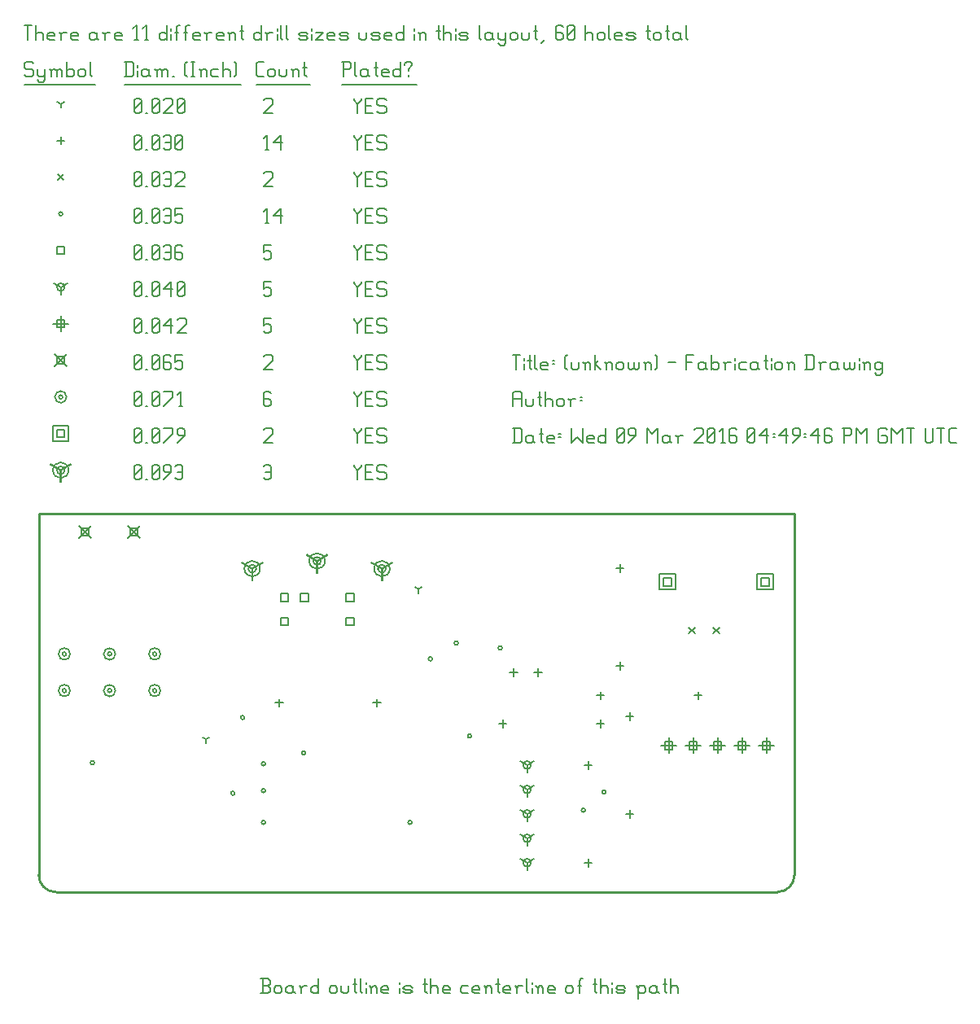
<source format=gbr>
G04 start of page 12 for group -3984 idx -3984 *
G04 Title: (unknown), fab *
G04 Creator: pcb 20140316 *
G04 CreationDate: Wed 09 Mar 2016 04:49:46 PM GMT UTC *
G04 For: fosse *
G04 Format: Gerber/RS-274X *
G04 PCB-Dimensions (mil): 3665.00 1935.00 *
G04 PCB-Coordinate-Origin: lower left *
%MOIN*%
%FSLAX25Y25*%
%LNFAB*%
%ADD109C,0.0100*%
%ADD108C,0.0060*%
%ADD107C,0.0001*%
%ADD106R,0.0080X0.0080*%
G54D106*X120000Y167583D02*Y162783D01*
G54D107*G36*
X119454Y167730D02*X124307Y170529D01*
X124706Y169836D01*
X119853Y167037D01*
X119454Y167730D01*
G37*
G36*
X120147Y167037D02*X115294Y169836D01*
X115693Y170529D01*
X120546Y167730D01*
X120147Y167037D01*
G37*
G54D106*X118400Y167583D02*G75*G03X121600Y167583I1600J0D01*G01*
G75*G03X118400Y167583I-1600J0D01*G01*
X116800D02*G75*G03X123200Y167583I3200J0D01*G01*
G75*G03X116800Y167583I-3200J0D01*G01*
X93425Y164433D02*Y159633D01*
G54D107*G36*
X92879Y164580D02*X97732Y167379D01*
X98131Y166686D01*
X93278Y163887D01*
X92879Y164580D01*
G37*
G36*
X93572Y163887D02*X88719Y166686D01*
X89118Y167379D01*
X93971Y164580D01*
X93572Y163887D01*
G37*
G54D106*X91825Y164433D02*G75*G03X95025Y164433I1600J0D01*G01*
G75*G03X91825Y164433I-1600J0D01*G01*
X90225D02*G75*G03X96625Y164433I3200J0D01*G01*
G75*G03X90225Y164433I-3200J0D01*G01*
X146575D02*Y159633D01*
G54D107*G36*
X146029Y164580D02*X150882Y167379D01*
X151281Y166686D01*
X146428Y163887D01*
X146029Y164580D01*
G37*
G36*
X146722Y163887D02*X141869Y166686D01*
X142268Y167379D01*
X147121Y164580D01*
X146722Y163887D01*
G37*
G54D106*X144975Y164433D02*G75*G03X148175Y164433I1600J0D01*G01*
G75*G03X144975Y164433I-1600J0D01*G01*
X143375D02*G75*G03X149775Y164433I3200J0D01*G01*
G75*G03X143375Y164433I-3200J0D01*G01*
X15000Y204750D02*Y199950D01*
G54D107*G36*
X14454Y204897D02*X19307Y207696D01*
X19706Y207003D01*
X14853Y204204D01*
X14454Y204897D01*
G37*
G36*
X15147Y204204D02*X10294Y207003D01*
X10693Y207696D01*
X15546Y204897D01*
X15147Y204204D01*
G37*
G54D106*X13400Y204750D02*G75*G03X16600Y204750I1600J0D01*G01*
G75*G03X13400Y204750I-1600J0D01*G01*
X11800D02*G75*G03X18200Y204750I3200J0D01*G01*
G75*G03X11800Y204750I-3200J0D01*G01*
G54D108*X135000Y207000D02*Y206250D01*
X136500Y204750D01*
X138000Y206250D01*
Y207000D02*Y206250D01*
X136500Y204750D02*Y201000D01*
X139800Y204000D02*X142050D01*
X139800Y201000D02*X142800D01*
X139800Y207000D02*Y201000D01*
Y207000D02*X142800D01*
X147600D02*X148350Y206250D01*
X145350Y207000D02*X147600D01*
X144600Y206250D02*X145350Y207000D01*
X144600Y206250D02*Y204750D01*
X145350Y204000D01*
X147600D01*
X148350Y203250D01*
Y201750D01*
X147600Y201000D02*X148350Y201750D01*
X145350Y201000D02*X147600D01*
X144600Y201750D02*X145350Y201000D01*
X98000Y206250D02*X98750Y207000D01*
X100250D01*
X101000Y206250D01*
Y201750D01*
X100250Y201000D02*X101000Y201750D01*
X98750Y201000D02*X100250D01*
X98000Y201750D02*X98750Y201000D01*
Y204000D02*X101000D01*
X45000Y201750D02*X45750Y201000D01*
X45000Y206250D02*Y201750D01*
Y206250D02*X45750Y207000D01*
X47250D01*
X48000Y206250D01*
Y201750D01*
X47250Y201000D02*X48000Y201750D01*
X45750Y201000D02*X47250D01*
X45000Y202500D02*X48000Y205500D01*
X49800Y201000D02*X50550D01*
X52350Y201750D02*X53100Y201000D01*
X52350Y206250D02*Y201750D01*
Y206250D02*X53100Y207000D01*
X54600D01*
X55350Y206250D01*
Y201750D01*
X54600Y201000D02*X55350Y201750D01*
X53100Y201000D02*X54600D01*
X52350Y202500D02*X55350Y205500D01*
X57150Y201000D02*X60150Y204000D01*
Y206250D02*Y204000D01*
X59400Y207000D02*X60150Y206250D01*
X57900Y207000D02*X59400D01*
X57150Y206250D02*X57900Y207000D01*
X57150Y206250D02*Y204750D01*
X57900Y204000D01*
X60150D01*
X61950Y206250D02*X62700Y207000D01*
X64200D01*
X64950Y206250D01*
Y201750D01*
X64200Y201000D02*X64950Y201750D01*
X62700Y201000D02*X64200D01*
X61950Y201750D02*X62700Y201000D01*
Y204000D02*X64950D01*
X261900Y160600D02*X265100D01*
X261900D02*Y157400D01*
X265100D01*
Y160600D02*Y157400D01*
X260300Y162200D02*X266700D01*
X260300D02*Y155800D01*
X266700D01*
Y162200D02*Y155800D01*
X301900Y160600D02*X305100D01*
X301900D02*Y157400D01*
X305100D01*
Y160600D02*Y157400D01*
X300300Y162200D02*X306700D01*
X300300D02*Y155800D01*
X306700D01*
Y162200D02*Y155800D01*
X13400Y221350D02*X16600D01*
X13400D02*Y218150D01*
X16600D01*
Y221350D02*Y218150D01*
X11800Y222950D02*X18200D01*
X11800D02*Y216550D01*
X18200D01*
Y222950D02*Y216550D01*
X135000Y222000D02*Y221250D01*
X136500Y219750D01*
X138000Y221250D01*
Y222000D02*Y221250D01*
X136500Y219750D02*Y216000D01*
X139800Y219000D02*X142050D01*
X139800Y216000D02*X142800D01*
X139800Y222000D02*Y216000D01*
Y222000D02*X142800D01*
X147600D02*X148350Y221250D01*
X145350Y222000D02*X147600D01*
X144600Y221250D02*X145350Y222000D01*
X144600Y221250D02*Y219750D01*
X145350Y219000D01*
X147600D01*
X148350Y218250D01*
Y216750D01*
X147600Y216000D02*X148350Y216750D01*
X145350Y216000D02*X147600D01*
X144600Y216750D02*X145350Y216000D01*
X98000Y221250D02*X98750Y222000D01*
X101000D01*
X101750Y221250D01*
Y219750D01*
X98000Y216000D02*X101750Y219750D01*
X98000Y216000D02*X101750D01*
X45000Y216750D02*X45750Y216000D01*
X45000Y221250D02*Y216750D01*
Y221250D02*X45750Y222000D01*
X47250D01*
X48000Y221250D01*
Y216750D01*
X47250Y216000D02*X48000Y216750D01*
X45750Y216000D02*X47250D01*
X45000Y217500D02*X48000Y220500D01*
X49800Y216000D02*X50550D01*
X52350Y216750D02*X53100Y216000D01*
X52350Y221250D02*Y216750D01*
Y221250D02*X53100Y222000D01*
X54600D01*
X55350Y221250D01*
Y216750D01*
X54600Y216000D02*X55350Y216750D01*
X53100Y216000D02*X54600D01*
X52350Y217500D02*X55350Y220500D01*
X57150Y216000D02*X60900Y219750D01*
Y222000D02*Y219750D01*
X57150Y222000D02*X60900D01*
X62700Y216000D02*X65700Y219000D01*
Y221250D02*Y219000D01*
X64950Y222000D02*X65700Y221250D01*
X63450Y222000D02*X64950D01*
X62700Y221250D02*X63450Y222000D01*
X62700Y221250D02*Y219750D01*
X63450Y219000D01*
X65700D01*
X34200Y129500D02*G75*G03X35800Y129500I800J0D01*G01*
G75*G03X34200Y129500I-800J0D01*G01*
X32600D02*G75*G03X37400Y129500I2400J0D01*G01*
G75*G03X32600Y129500I-2400J0D01*G01*
X15700D02*G75*G03X17300Y129500I800J0D01*G01*
G75*G03X15700Y129500I-800J0D01*G01*
X14100D02*G75*G03X18900Y129500I2400J0D01*G01*
G75*G03X14100Y129500I-2400J0D01*G01*
X52700D02*G75*G03X54300Y129500I800J0D01*G01*
G75*G03X52700Y129500I-800J0D01*G01*
X51100D02*G75*G03X55900Y129500I2400J0D01*G01*
G75*G03X51100Y129500I-2400J0D01*G01*
X15700Y114500D02*G75*G03X17300Y114500I800J0D01*G01*
G75*G03X15700Y114500I-800J0D01*G01*
X14100D02*G75*G03X18900Y114500I2400J0D01*G01*
G75*G03X14100Y114500I-2400J0D01*G01*
X34200D02*G75*G03X35800Y114500I800J0D01*G01*
G75*G03X34200Y114500I-800J0D01*G01*
X32600D02*G75*G03X37400Y114500I2400J0D01*G01*
G75*G03X32600Y114500I-2400J0D01*G01*
X52700D02*G75*G03X54300Y114500I800J0D01*G01*
G75*G03X52700Y114500I-800J0D01*G01*
X51100D02*G75*G03X55900Y114500I2400J0D01*G01*
G75*G03X51100Y114500I-2400J0D01*G01*
X14200Y234750D02*G75*G03X15800Y234750I800J0D01*G01*
G75*G03X14200Y234750I-800J0D01*G01*
X12600D02*G75*G03X17400Y234750I2400J0D01*G01*
G75*G03X12600Y234750I-2400J0D01*G01*
X135000Y237000D02*Y236250D01*
X136500Y234750D01*
X138000Y236250D01*
Y237000D02*Y236250D01*
X136500Y234750D02*Y231000D01*
X139800Y234000D02*X142050D01*
X139800Y231000D02*X142800D01*
X139800Y237000D02*Y231000D01*
Y237000D02*X142800D01*
X147600D02*X148350Y236250D01*
X145350Y237000D02*X147600D01*
X144600Y236250D02*X145350Y237000D01*
X144600Y236250D02*Y234750D01*
X145350Y234000D01*
X147600D01*
X148350Y233250D01*
Y231750D01*
X147600Y231000D02*X148350Y231750D01*
X145350Y231000D02*X147600D01*
X144600Y231750D02*X145350Y231000D01*
X100250Y237000D02*X101000Y236250D01*
X98750Y237000D02*X100250D01*
X98000Y236250D02*X98750Y237000D01*
X98000Y236250D02*Y231750D01*
X98750Y231000D01*
X100250Y234000D02*X101000Y233250D01*
X98000Y234000D02*X100250D01*
X98750Y231000D02*X100250D01*
X101000Y231750D01*
Y233250D02*Y231750D01*
X45000D02*X45750Y231000D01*
X45000Y236250D02*Y231750D01*
Y236250D02*X45750Y237000D01*
X47250D01*
X48000Y236250D01*
Y231750D01*
X47250Y231000D02*X48000Y231750D01*
X45750Y231000D02*X47250D01*
X45000Y232500D02*X48000Y235500D01*
X49800Y231000D02*X50550D01*
X52350Y231750D02*X53100Y231000D01*
X52350Y236250D02*Y231750D01*
Y236250D02*X53100Y237000D01*
X54600D01*
X55350Y236250D01*
Y231750D01*
X54600Y231000D02*X55350Y231750D01*
X53100Y231000D02*X54600D01*
X52350Y232500D02*X55350Y235500D01*
X57150Y231000D02*X60900Y234750D01*
Y237000D02*Y234750D01*
X57150Y237000D02*X60900D01*
X63450Y231000D02*X64950D01*
X64200Y237000D02*Y231000D01*
X62700Y235500D02*X64200Y237000D01*
X22600Y181900D02*X27400Y177100D01*
X22600D02*X27400Y181900D01*
X23400Y181100D02*X26600D01*
X23400D02*Y177900D01*
X26600D01*
Y181100D02*Y177900D01*
X42600Y181900D02*X47400Y177100D01*
X42600D02*X47400Y181900D01*
X43400Y181100D02*X46600D01*
X43400D02*Y177900D01*
X46600D01*
Y181100D02*Y177900D01*
X12600Y252150D02*X17400Y247350D01*
X12600D02*X17400Y252150D01*
X13400Y251350D02*X16600D01*
X13400D02*Y248150D01*
X16600D01*
Y251350D02*Y248150D01*
X135000Y252000D02*Y251250D01*
X136500Y249750D01*
X138000Y251250D01*
Y252000D02*Y251250D01*
X136500Y249750D02*Y246000D01*
X139800Y249000D02*X142050D01*
X139800Y246000D02*X142800D01*
X139800Y252000D02*Y246000D01*
Y252000D02*X142800D01*
X147600D02*X148350Y251250D01*
X145350Y252000D02*X147600D01*
X144600Y251250D02*X145350Y252000D01*
X144600Y251250D02*Y249750D01*
X145350Y249000D01*
X147600D01*
X148350Y248250D01*
Y246750D01*
X147600Y246000D02*X148350Y246750D01*
X145350Y246000D02*X147600D01*
X144600Y246750D02*X145350Y246000D01*
X98000Y251250D02*X98750Y252000D01*
X101000D01*
X101750Y251250D01*
Y249750D01*
X98000Y246000D02*X101750Y249750D01*
X98000Y246000D02*X101750D01*
X45000Y246750D02*X45750Y246000D01*
X45000Y251250D02*Y246750D01*
Y251250D02*X45750Y252000D01*
X47250D01*
X48000Y251250D01*
Y246750D01*
X47250Y246000D02*X48000Y246750D01*
X45750Y246000D02*X47250D01*
X45000Y247500D02*X48000Y250500D01*
X49800Y246000D02*X50550D01*
X52350Y246750D02*X53100Y246000D01*
X52350Y251250D02*Y246750D01*
Y251250D02*X53100Y252000D01*
X54600D01*
X55350Y251250D01*
Y246750D01*
X54600Y246000D02*X55350Y246750D01*
X53100Y246000D02*X54600D01*
X52350Y247500D02*X55350Y250500D01*
X59400Y252000D02*X60150Y251250D01*
X57900Y252000D02*X59400D01*
X57150Y251250D02*X57900Y252000D01*
X57150Y251250D02*Y246750D01*
X57900Y246000D01*
X59400Y249000D02*X60150Y248250D01*
X57150Y249000D02*X59400D01*
X57900Y246000D02*X59400D01*
X60150Y246750D01*
Y248250D02*Y246750D01*
X61950Y252000D02*X64950D01*
X61950D02*Y249000D01*
X62700Y249750D01*
X64200D01*
X64950Y249000D01*
Y246750D01*
X64200Y246000D02*X64950Y246750D01*
X62700Y246000D02*X64200D01*
X61950Y246750D02*X62700Y246000D01*
X304000Y95200D02*Y88800D01*
X300800Y92000D02*X307200D01*
X302400Y93600D02*X305600D01*
X302400D02*Y90400D01*
X305600D01*
Y93600D02*Y90400D01*
X294000Y95200D02*Y88800D01*
X290800Y92000D02*X297200D01*
X292400Y93600D02*X295600D01*
X292400D02*Y90400D01*
X295600D01*
Y93600D02*Y90400D01*
X284000Y95200D02*Y88800D01*
X280800Y92000D02*X287200D01*
X282400Y93600D02*X285600D01*
X282400D02*Y90400D01*
X285600D01*
Y93600D02*Y90400D01*
X274000Y95200D02*Y88800D01*
X270800Y92000D02*X277200D01*
X272400Y93600D02*X275600D01*
X272400D02*Y90400D01*
X275600D01*
Y93600D02*Y90400D01*
X264000Y95200D02*Y88800D01*
X260800Y92000D02*X267200D01*
X262400Y93600D02*X265600D01*
X262400D02*Y90400D01*
X265600D01*
Y93600D02*Y90400D01*
X15000Y267950D02*Y261550D01*
X11800Y264750D02*X18200D01*
X13400Y266350D02*X16600D01*
X13400D02*Y263150D01*
X16600D01*
Y266350D02*Y263150D01*
X135000Y267000D02*Y266250D01*
X136500Y264750D01*
X138000Y266250D01*
Y267000D02*Y266250D01*
X136500Y264750D02*Y261000D01*
X139800Y264000D02*X142050D01*
X139800Y261000D02*X142800D01*
X139800Y267000D02*Y261000D01*
Y267000D02*X142800D01*
X147600D02*X148350Y266250D01*
X145350Y267000D02*X147600D01*
X144600Y266250D02*X145350Y267000D01*
X144600Y266250D02*Y264750D01*
X145350Y264000D01*
X147600D01*
X148350Y263250D01*
Y261750D01*
X147600Y261000D02*X148350Y261750D01*
X145350Y261000D02*X147600D01*
X144600Y261750D02*X145350Y261000D01*
X98000Y267000D02*X101000D01*
X98000D02*Y264000D01*
X98750Y264750D01*
X100250D01*
X101000Y264000D01*
Y261750D01*
X100250Y261000D02*X101000Y261750D01*
X98750Y261000D02*X100250D01*
X98000Y261750D02*X98750Y261000D01*
X45000Y261750D02*X45750Y261000D01*
X45000Y266250D02*Y261750D01*
Y266250D02*X45750Y267000D01*
X47250D01*
X48000Y266250D01*
Y261750D01*
X47250Y261000D02*X48000Y261750D01*
X45750Y261000D02*X47250D01*
X45000Y262500D02*X48000Y265500D01*
X49800Y261000D02*X50550D01*
X52350Y261750D02*X53100Y261000D01*
X52350Y266250D02*Y261750D01*
Y266250D02*X53100Y267000D01*
X54600D01*
X55350Y266250D01*
Y261750D01*
X54600Y261000D02*X55350Y261750D01*
X53100Y261000D02*X54600D01*
X52350Y262500D02*X55350Y265500D01*
X57150Y264000D02*X60150Y267000D01*
X57150Y264000D02*X60900D01*
X60150Y267000D02*Y261000D01*
X62700Y266250D02*X63450Y267000D01*
X65700D01*
X66450Y266250D01*
Y264750D01*
X62700Y261000D02*X66450Y264750D01*
X62700Y261000D02*X66450D01*
X206000Y84000D02*Y80800D01*
Y84000D02*X208773Y85600D01*
X206000Y84000D02*X203227Y85600D01*
X204400Y84000D02*G75*G03X207600Y84000I1600J0D01*G01*
G75*G03X204400Y84000I-1600J0D01*G01*
X206000Y74000D02*Y70800D01*
Y74000D02*X208773Y75600D01*
X206000Y74000D02*X203227Y75600D01*
X204400Y74000D02*G75*G03X207600Y74000I1600J0D01*G01*
G75*G03X204400Y74000I-1600J0D01*G01*
X206000Y64000D02*Y60800D01*
Y64000D02*X208773Y65600D01*
X206000Y64000D02*X203227Y65600D01*
X204400Y64000D02*G75*G03X207600Y64000I1600J0D01*G01*
G75*G03X204400Y64000I-1600J0D01*G01*
X206000Y54000D02*Y50800D01*
Y54000D02*X208773Y55600D01*
X206000Y54000D02*X203227Y55600D01*
X204400Y54000D02*G75*G03X207600Y54000I1600J0D01*G01*
G75*G03X204400Y54000I-1600J0D01*G01*
X206000Y44000D02*Y40800D01*
Y44000D02*X208773Y45600D01*
X206000Y44000D02*X203227Y45600D01*
X204400Y44000D02*G75*G03X207600Y44000I1600J0D01*G01*
G75*G03X204400Y44000I-1600J0D01*G01*
X15000Y279750D02*Y276550D01*
Y279750D02*X17773Y281350D01*
X15000Y279750D02*X12227Y281350D01*
X13400Y279750D02*G75*G03X16600Y279750I1600J0D01*G01*
G75*G03X13400Y279750I-1600J0D01*G01*
X135000Y282000D02*Y281250D01*
X136500Y279750D01*
X138000Y281250D01*
Y282000D02*Y281250D01*
X136500Y279750D02*Y276000D01*
X139800Y279000D02*X142050D01*
X139800Y276000D02*X142800D01*
X139800Y282000D02*Y276000D01*
Y282000D02*X142800D01*
X147600D02*X148350Y281250D01*
X145350Y282000D02*X147600D01*
X144600Y281250D02*X145350Y282000D01*
X144600Y281250D02*Y279750D01*
X145350Y279000D01*
X147600D01*
X148350Y278250D01*
Y276750D01*
X147600Y276000D02*X148350Y276750D01*
X145350Y276000D02*X147600D01*
X144600Y276750D02*X145350Y276000D01*
X98000Y282000D02*X101000D01*
X98000D02*Y279000D01*
X98750Y279750D01*
X100250D01*
X101000Y279000D01*
Y276750D01*
X100250Y276000D02*X101000Y276750D01*
X98750Y276000D02*X100250D01*
X98000Y276750D02*X98750Y276000D01*
X45000Y276750D02*X45750Y276000D01*
X45000Y281250D02*Y276750D01*
Y281250D02*X45750Y282000D01*
X47250D01*
X48000Y281250D01*
Y276750D01*
X47250Y276000D02*X48000Y276750D01*
X45750Y276000D02*X47250D01*
X45000Y277500D02*X48000Y280500D01*
X49800Y276000D02*X50550D01*
X52350Y276750D02*X53100Y276000D01*
X52350Y281250D02*Y276750D01*
Y281250D02*X53100Y282000D01*
X54600D01*
X55350Y281250D01*
Y276750D01*
X54600Y276000D02*X55350Y276750D01*
X53100Y276000D02*X54600D01*
X52350Y277500D02*X55350Y280500D01*
X57150Y279000D02*X60150Y282000D01*
X57150Y279000D02*X60900D01*
X60150Y282000D02*Y276000D01*
X62700Y276750D02*X63450Y276000D01*
X62700Y281250D02*Y276750D01*
Y281250D02*X63450Y282000D01*
X64950D01*
X65700Y281250D01*
Y276750D01*
X64950Y276000D02*X65700Y276750D01*
X63450Y276000D02*X64950D01*
X62700Y277500D02*X65700Y280500D01*
X105014Y144380D02*X108214D01*
X105014D02*Y141180D01*
X108214D01*
Y144380D02*Y141180D01*
X113282Y154222D02*X116482D01*
X113282D02*Y151022D01*
X116482D01*
Y154222D02*Y151022D01*
X105014Y154222D02*X108214D01*
X105014D02*Y151022D01*
X108214D01*
Y154222D02*Y151022D01*
X131786Y154222D02*X134986D01*
X131786D02*Y151022D01*
X134986D01*
Y154222D02*Y151022D01*
X131786Y144380D02*X134986D01*
X131786D02*Y141180D01*
X134986D01*
Y144380D02*Y141180D01*
X13400Y296350D02*X16600D01*
X13400D02*Y293150D01*
X16600D01*
Y296350D02*Y293150D01*
X135000Y297000D02*Y296250D01*
X136500Y294750D01*
X138000Y296250D01*
Y297000D02*Y296250D01*
X136500Y294750D02*Y291000D01*
X139800Y294000D02*X142050D01*
X139800Y291000D02*X142800D01*
X139800Y297000D02*Y291000D01*
Y297000D02*X142800D01*
X147600D02*X148350Y296250D01*
X145350Y297000D02*X147600D01*
X144600Y296250D02*X145350Y297000D01*
X144600Y296250D02*Y294750D01*
X145350Y294000D01*
X147600D01*
X148350Y293250D01*
Y291750D01*
X147600Y291000D02*X148350Y291750D01*
X145350Y291000D02*X147600D01*
X144600Y291750D02*X145350Y291000D01*
X98000Y297000D02*X101000D01*
X98000D02*Y294000D01*
X98750Y294750D01*
X100250D01*
X101000Y294000D01*
Y291750D01*
X100250Y291000D02*X101000Y291750D01*
X98750Y291000D02*X100250D01*
X98000Y291750D02*X98750Y291000D01*
X45000Y291750D02*X45750Y291000D01*
X45000Y296250D02*Y291750D01*
Y296250D02*X45750Y297000D01*
X47250D01*
X48000Y296250D01*
Y291750D01*
X47250Y291000D02*X48000Y291750D01*
X45750Y291000D02*X47250D01*
X45000Y292500D02*X48000Y295500D01*
X49800Y291000D02*X50550D01*
X52350Y291750D02*X53100Y291000D01*
X52350Y296250D02*Y291750D01*
Y296250D02*X53100Y297000D01*
X54600D01*
X55350Y296250D01*
Y291750D01*
X54600Y291000D02*X55350Y291750D01*
X53100Y291000D02*X54600D01*
X52350Y292500D02*X55350Y295500D01*
X57150Y296250D02*X57900Y297000D01*
X59400D01*
X60150Y296250D01*
Y291750D01*
X59400Y291000D02*X60150Y291750D01*
X57900Y291000D02*X59400D01*
X57150Y291750D02*X57900Y291000D01*
Y294000D02*X60150D01*
X64200Y297000D02*X64950Y296250D01*
X62700Y297000D02*X64200D01*
X61950Y296250D02*X62700Y297000D01*
X61950Y296250D02*Y291750D01*
X62700Y291000D01*
X64200Y294000D02*X64950Y293250D01*
X61950Y294000D02*X64200D01*
X62700Y291000D02*X64200D01*
X64950Y291750D01*
Y293250D02*Y291750D01*
X88700Y103500D02*G75*G03X90300Y103500I800J0D01*G01*
G75*G03X88700Y103500I-800J0D01*G01*
X27200Y85000D02*G75*G03X28800Y85000I800J0D01*G01*
G75*G03X27200Y85000I-800J0D01*G01*
X113700Y89000D02*G75*G03X115300Y89000I800J0D01*G01*
G75*G03X113700Y89000I-800J0D01*G01*
X84700Y72500D02*G75*G03X86300Y72500I800J0D01*G01*
G75*G03X84700Y72500I-800J0D01*G01*
X97200Y84500D02*G75*G03X98800Y84500I800J0D01*G01*
G75*G03X97200Y84500I-800J0D01*G01*
Y73500D02*G75*G03X98800Y73500I800J0D01*G01*
G75*G03X97200Y73500I-800J0D01*G01*
X228200Y65500D02*G75*G03X229800Y65500I800J0D01*G01*
G75*G03X228200Y65500I-800J0D01*G01*
X236700Y73000D02*G75*G03X238300Y73000I800J0D01*G01*
G75*G03X236700Y73000I-800J0D01*G01*
X157200Y60500D02*G75*G03X158800Y60500I800J0D01*G01*
G75*G03X157200Y60500I-800J0D01*G01*
X97200D02*G75*G03X98800Y60500I800J0D01*G01*
G75*G03X97200Y60500I-800J0D01*G01*
X181605Y95905D02*G75*G03X183205Y95905I800J0D01*G01*
G75*G03X181605Y95905I-800J0D01*G01*
X176200Y134000D02*G75*G03X177800Y134000I800J0D01*G01*
G75*G03X176200Y134000I-800J0D01*G01*
X194200Y132000D02*G75*G03X195800Y132000I800J0D01*G01*
G75*G03X194200Y132000I-800J0D01*G01*
X165605Y127500D02*G75*G03X167205Y127500I800J0D01*G01*
G75*G03X165605Y127500I-800J0D01*G01*
X14200Y309750D02*G75*G03X15800Y309750I800J0D01*G01*
G75*G03X14200Y309750I-800J0D01*G01*
X135000Y312000D02*Y311250D01*
X136500Y309750D01*
X138000Y311250D01*
Y312000D02*Y311250D01*
X136500Y309750D02*Y306000D01*
X139800Y309000D02*X142050D01*
X139800Y306000D02*X142800D01*
X139800Y312000D02*Y306000D01*
Y312000D02*X142800D01*
X147600D02*X148350Y311250D01*
X145350Y312000D02*X147600D01*
X144600Y311250D02*X145350Y312000D01*
X144600Y311250D02*Y309750D01*
X145350Y309000D01*
X147600D01*
X148350Y308250D01*
Y306750D01*
X147600Y306000D02*X148350Y306750D01*
X145350Y306000D02*X147600D01*
X144600Y306750D02*X145350Y306000D01*
X98750D02*X100250D01*
X99500Y312000D02*Y306000D01*
X98000Y310500D02*X99500Y312000D01*
X102050Y309000D02*X105050Y312000D01*
X102050Y309000D02*X105800D01*
X105050Y312000D02*Y306000D01*
X45000Y306750D02*X45750Y306000D01*
X45000Y311250D02*Y306750D01*
Y311250D02*X45750Y312000D01*
X47250D01*
X48000Y311250D01*
Y306750D01*
X47250Y306000D02*X48000Y306750D01*
X45750Y306000D02*X47250D01*
X45000Y307500D02*X48000Y310500D01*
X49800Y306000D02*X50550D01*
X52350Y306750D02*X53100Y306000D01*
X52350Y311250D02*Y306750D01*
Y311250D02*X53100Y312000D01*
X54600D01*
X55350Y311250D01*
Y306750D01*
X54600Y306000D02*X55350Y306750D01*
X53100Y306000D02*X54600D01*
X52350Y307500D02*X55350Y310500D01*
X57150Y311250D02*X57900Y312000D01*
X59400D01*
X60150Y311250D01*
Y306750D01*
X59400Y306000D02*X60150Y306750D01*
X57900Y306000D02*X59400D01*
X57150Y306750D02*X57900Y306000D01*
Y309000D02*X60150D01*
X61950Y312000D02*X64950D01*
X61950D02*Y309000D01*
X62700Y309750D01*
X64200D01*
X64950Y309000D01*
Y306750D01*
X64200Y306000D02*X64950Y306750D01*
X62700Y306000D02*X64200D01*
X61950Y306750D02*X62700Y306000D01*
X272300Y140200D02*X274700Y137800D01*
X272300D02*X274700Y140200D01*
X282300D02*X284700Y137800D01*
X282300D02*X284700Y140200D01*
X13800Y325950D02*X16200Y323550D01*
X13800D02*X16200Y325950D01*
X135000Y327000D02*Y326250D01*
X136500Y324750D01*
X138000Y326250D01*
Y327000D02*Y326250D01*
X136500Y324750D02*Y321000D01*
X139800Y324000D02*X142050D01*
X139800Y321000D02*X142800D01*
X139800Y327000D02*Y321000D01*
Y327000D02*X142800D01*
X147600D02*X148350Y326250D01*
X145350Y327000D02*X147600D01*
X144600Y326250D02*X145350Y327000D01*
X144600Y326250D02*Y324750D01*
X145350Y324000D01*
X147600D01*
X148350Y323250D01*
Y321750D01*
X147600Y321000D02*X148350Y321750D01*
X145350Y321000D02*X147600D01*
X144600Y321750D02*X145350Y321000D01*
X98000Y326250D02*X98750Y327000D01*
X101000D01*
X101750Y326250D01*
Y324750D01*
X98000Y321000D02*X101750Y324750D01*
X98000Y321000D02*X101750D01*
X45000Y321750D02*X45750Y321000D01*
X45000Y326250D02*Y321750D01*
Y326250D02*X45750Y327000D01*
X47250D01*
X48000Y326250D01*
Y321750D01*
X47250Y321000D02*X48000Y321750D01*
X45750Y321000D02*X47250D01*
X45000Y322500D02*X48000Y325500D01*
X49800Y321000D02*X50550D01*
X52350Y321750D02*X53100Y321000D01*
X52350Y326250D02*Y321750D01*
Y326250D02*X53100Y327000D01*
X54600D01*
X55350Y326250D01*
Y321750D01*
X54600Y321000D02*X55350Y321750D01*
X53100Y321000D02*X54600D01*
X52350Y322500D02*X55350Y325500D01*
X57150Y326250D02*X57900Y327000D01*
X59400D01*
X60150Y326250D01*
Y321750D01*
X59400Y321000D02*X60150Y321750D01*
X57900Y321000D02*X59400D01*
X57150Y321750D02*X57900Y321000D01*
Y324000D02*X60150D01*
X61950Y326250D02*X62700Y327000D01*
X64950D01*
X65700Y326250D01*
Y324750D01*
X61950Y321000D02*X65700Y324750D01*
X61950Y321000D02*X65700D01*
X104500Y111100D02*Y107900D01*
X102900Y109500D02*X106100D01*
X144500Y111100D02*Y107900D01*
X142900Y109500D02*X146100D01*
X196000Y102600D02*Y99400D01*
X194400Y101000D02*X197600D01*
X236000Y102600D02*Y99400D01*
X234400Y101000D02*X237600D01*
X231000Y85600D02*Y82400D01*
X229400Y84000D02*X232600D01*
X231000Y45600D02*Y42400D01*
X229400Y44000D02*X232600D01*
X248000Y105600D02*Y102400D01*
X246400Y104000D02*X249600D01*
X248000Y65600D02*Y62400D01*
X246400Y64000D02*X249600D01*
X236000Y114100D02*Y110900D01*
X234400Y112500D02*X237600D01*
X276000Y114100D02*Y110900D01*
X274400Y112500D02*X277600D01*
X244000Y166195D02*Y162995D01*
X242400Y164595D02*X245600D01*
X244000Y126195D02*Y122995D01*
X242400Y124595D02*X245600D01*
X200500Y123600D02*Y120400D01*
X198900Y122000D02*X202100D01*
X210500Y123600D02*Y120400D01*
X208900Y122000D02*X212100D01*
X15000Y341350D02*Y338150D01*
X13400Y339750D02*X16600D01*
X135000Y342000D02*Y341250D01*
X136500Y339750D01*
X138000Y341250D01*
Y342000D02*Y341250D01*
X136500Y339750D02*Y336000D01*
X139800Y339000D02*X142050D01*
X139800Y336000D02*X142800D01*
X139800Y342000D02*Y336000D01*
Y342000D02*X142800D01*
X147600D02*X148350Y341250D01*
X145350Y342000D02*X147600D01*
X144600Y341250D02*X145350Y342000D01*
X144600Y341250D02*Y339750D01*
X145350Y339000D01*
X147600D01*
X148350Y338250D01*
Y336750D01*
X147600Y336000D02*X148350Y336750D01*
X145350Y336000D02*X147600D01*
X144600Y336750D02*X145350Y336000D01*
X98750D02*X100250D01*
X99500Y342000D02*Y336000D01*
X98000Y340500D02*X99500Y342000D01*
X102050Y339000D02*X105050Y342000D01*
X102050Y339000D02*X105800D01*
X105050Y342000D02*Y336000D01*
X45000Y336750D02*X45750Y336000D01*
X45000Y341250D02*Y336750D01*
Y341250D02*X45750Y342000D01*
X47250D01*
X48000Y341250D01*
Y336750D01*
X47250Y336000D02*X48000Y336750D01*
X45750Y336000D02*X47250D01*
X45000Y337500D02*X48000Y340500D01*
X49800Y336000D02*X50550D01*
X52350Y336750D02*X53100Y336000D01*
X52350Y341250D02*Y336750D01*
Y341250D02*X53100Y342000D01*
X54600D01*
X55350Y341250D01*
Y336750D01*
X54600Y336000D02*X55350Y336750D01*
X53100Y336000D02*X54600D01*
X52350Y337500D02*X55350Y340500D01*
X57150Y341250D02*X57900Y342000D01*
X59400D01*
X60150Y341250D01*
Y336750D01*
X59400Y336000D02*X60150Y336750D01*
X57900Y336000D02*X59400D01*
X57150Y336750D02*X57900Y336000D01*
Y339000D02*X60150D01*
X61950Y336750D02*X62700Y336000D01*
X61950Y341250D02*Y336750D01*
Y341250D02*X62700Y342000D01*
X64200D01*
X64950Y341250D01*
Y336750D01*
X64200Y336000D02*X64950Y336750D01*
X62700Y336000D02*X64200D01*
X61950Y337500D02*X64950Y340500D01*
X74500Y94500D02*Y92900D01*
Y94500D02*X75887Y95300D01*
X74500Y94500D02*X73113Y95300D01*
X161500Y156000D02*Y154400D01*
Y156000D02*X162887Y156800D01*
X161500Y156000D02*X160113Y156800D01*
X15000Y354750D02*Y353150D01*
Y354750D02*X16387Y355550D01*
X15000Y354750D02*X13613Y355550D01*
X135000Y357000D02*Y356250D01*
X136500Y354750D01*
X138000Y356250D01*
Y357000D02*Y356250D01*
X136500Y354750D02*Y351000D01*
X139800Y354000D02*X142050D01*
X139800Y351000D02*X142800D01*
X139800Y357000D02*Y351000D01*
Y357000D02*X142800D01*
X147600D02*X148350Y356250D01*
X145350Y357000D02*X147600D01*
X144600Y356250D02*X145350Y357000D01*
X144600Y356250D02*Y354750D01*
X145350Y354000D01*
X147600D01*
X148350Y353250D01*
Y351750D01*
X147600Y351000D02*X148350Y351750D01*
X145350Y351000D02*X147600D01*
X144600Y351750D02*X145350Y351000D01*
X98000Y356250D02*X98750Y357000D01*
X101000D01*
X101750Y356250D01*
Y354750D01*
X98000Y351000D02*X101750Y354750D01*
X98000Y351000D02*X101750D01*
X45000Y351750D02*X45750Y351000D01*
X45000Y356250D02*Y351750D01*
Y356250D02*X45750Y357000D01*
X47250D01*
X48000Y356250D01*
Y351750D01*
X47250Y351000D02*X48000Y351750D01*
X45750Y351000D02*X47250D01*
X45000Y352500D02*X48000Y355500D01*
X49800Y351000D02*X50550D01*
X52350Y351750D02*X53100Y351000D01*
X52350Y356250D02*Y351750D01*
Y356250D02*X53100Y357000D01*
X54600D01*
X55350Y356250D01*
Y351750D01*
X54600Y351000D02*X55350Y351750D01*
X53100Y351000D02*X54600D01*
X52350Y352500D02*X55350Y355500D01*
X57150Y356250D02*X57900Y357000D01*
X60150D01*
X60900Y356250D01*
Y354750D01*
X57150Y351000D02*X60900Y354750D01*
X57150Y351000D02*X60900D01*
X62700Y351750D02*X63450Y351000D01*
X62700Y356250D02*Y351750D01*
Y356250D02*X63450Y357000D01*
X64950D01*
X65700Y356250D01*
Y351750D01*
X64950Y351000D02*X65700Y351750D01*
X63450Y351000D02*X64950D01*
X62700Y352500D02*X65700Y355500D01*
X3000Y372000D02*X3750Y371250D01*
X750Y372000D02*X3000D01*
X0Y371250D02*X750Y372000D01*
X0Y371250D02*Y369750D01*
X750Y369000D01*
X3000D01*
X3750Y368250D01*
Y366750D01*
X3000Y366000D02*X3750Y366750D01*
X750Y366000D02*X3000D01*
X0Y366750D02*X750Y366000D01*
X5550Y369000D02*Y366750D01*
X6300Y366000D01*
X8550Y369000D02*Y364500D01*
X7800Y363750D02*X8550Y364500D01*
X6300Y363750D02*X7800D01*
X5550Y364500D02*X6300Y363750D01*
Y366000D02*X7800D01*
X8550Y366750D01*
X11100Y368250D02*Y366000D01*
Y368250D02*X11850Y369000D01*
X12600D01*
X13350Y368250D01*
Y366000D01*
Y368250D02*X14100Y369000D01*
X14850D01*
X15600Y368250D01*
Y366000D01*
X10350Y369000D02*X11100Y368250D01*
X17400Y372000D02*Y366000D01*
Y366750D02*X18150Y366000D01*
X19650D01*
X20400Y366750D01*
Y368250D02*Y366750D01*
X19650Y369000D02*X20400Y368250D01*
X18150Y369000D02*X19650D01*
X17400Y368250D02*X18150Y369000D01*
X22200Y368250D02*Y366750D01*
Y368250D02*X22950Y369000D01*
X24450D01*
X25200Y368250D01*
Y366750D01*
X24450Y366000D02*X25200Y366750D01*
X22950Y366000D02*X24450D01*
X22200Y366750D02*X22950Y366000D01*
X27000Y372000D02*Y366750D01*
X27750Y366000D01*
X0Y362750D02*X29250D01*
X41750Y372000D02*Y366000D01*
X44000Y372000D02*X44750Y371250D01*
Y366750D01*
X44000Y366000D02*X44750Y366750D01*
X41000Y366000D02*X44000D01*
X41000Y372000D02*X44000D01*
X46550Y370500D02*Y369750D01*
Y368250D02*Y366000D01*
X50300Y369000D02*X51050Y368250D01*
X48800Y369000D02*X50300D01*
X48050Y368250D02*X48800Y369000D01*
X48050Y368250D02*Y366750D01*
X48800Y366000D01*
X51050Y369000D02*Y366750D01*
X51800Y366000D01*
X48800D02*X50300D01*
X51050Y366750D01*
X54350Y368250D02*Y366000D01*
Y368250D02*X55100Y369000D01*
X55850D01*
X56600Y368250D01*
Y366000D01*
Y368250D02*X57350Y369000D01*
X58100D01*
X58850Y368250D01*
Y366000D01*
X53600Y369000D02*X54350Y368250D01*
X60650Y366000D02*X61400D01*
X65900Y366750D02*X66650Y366000D01*
X65900Y371250D02*X66650Y372000D01*
X65900Y371250D02*Y366750D01*
X68450Y372000D02*X69950D01*
X69200D02*Y366000D01*
X68450D02*X69950D01*
X72500Y368250D02*Y366000D01*
Y368250D02*X73250Y369000D01*
X74000D01*
X74750Y368250D01*
Y366000D01*
X71750Y369000D02*X72500Y368250D01*
X77300Y369000D02*X79550D01*
X76550Y368250D02*X77300Y369000D01*
X76550Y368250D02*Y366750D01*
X77300Y366000D01*
X79550D01*
X81350Y372000D02*Y366000D01*
Y368250D02*X82100Y369000D01*
X83600D01*
X84350Y368250D01*
Y366000D01*
X86150Y372000D02*X86900Y371250D01*
Y366750D01*
X86150Y366000D02*X86900Y366750D01*
X41000Y362750D02*X88700D01*
X95750Y366000D02*X98000D01*
X95000Y366750D02*X95750Y366000D01*
X95000Y371250D02*Y366750D01*
Y371250D02*X95750Y372000D01*
X98000D01*
X99800Y368250D02*Y366750D01*
Y368250D02*X100550Y369000D01*
X102050D01*
X102800Y368250D01*
Y366750D01*
X102050Y366000D02*X102800Y366750D01*
X100550Y366000D02*X102050D01*
X99800Y366750D02*X100550Y366000D01*
X104600Y369000D02*Y366750D01*
X105350Y366000D01*
X106850D01*
X107600Y366750D01*
Y369000D02*Y366750D01*
X110150Y368250D02*Y366000D01*
Y368250D02*X110900Y369000D01*
X111650D01*
X112400Y368250D01*
Y366000D01*
X109400Y369000D02*X110150Y368250D01*
X114950Y372000D02*Y366750D01*
X115700Y366000D01*
X114200Y369750D02*X115700D01*
X95000Y362750D02*X117200D01*
X130750Y372000D02*Y366000D01*
X130000Y372000D02*X133000D01*
X133750Y371250D01*
Y369750D01*
X133000Y369000D02*X133750Y369750D01*
X130750Y369000D02*X133000D01*
X135550Y372000D02*Y366750D01*
X136300Y366000D01*
X140050Y369000D02*X140800Y368250D01*
X138550Y369000D02*X140050D01*
X137800Y368250D02*X138550Y369000D01*
X137800Y368250D02*Y366750D01*
X138550Y366000D01*
X140800Y369000D02*Y366750D01*
X141550Y366000D01*
X138550D02*X140050D01*
X140800Y366750D01*
X144100Y372000D02*Y366750D01*
X144850Y366000D01*
X143350Y369750D02*X144850D01*
X147100Y366000D02*X149350D01*
X146350Y366750D02*X147100Y366000D01*
X146350Y368250D02*Y366750D01*
Y368250D02*X147100Y369000D01*
X148600D01*
X149350Y368250D01*
X146350Y367500D02*X149350D01*
Y368250D02*Y367500D01*
X154150Y372000D02*Y366000D01*
X153400D02*X154150Y366750D01*
X151900Y366000D02*X153400D01*
X151150Y366750D02*X151900Y366000D01*
X151150Y368250D02*Y366750D01*
Y368250D02*X151900Y369000D01*
X153400D01*
X154150Y368250D01*
X157450Y369000D02*Y368250D01*
Y366750D02*Y366000D01*
X155950Y371250D02*Y370500D01*
Y371250D02*X156700Y372000D01*
X158200D01*
X158950Y371250D01*
Y370500D01*
X157450Y369000D02*X158950Y370500D01*
X130000Y362750D02*X160750D01*
X0Y387000D02*X3000D01*
X1500D02*Y381000D01*
X4800Y387000D02*Y381000D01*
Y383250D02*X5550Y384000D01*
X7050D01*
X7800Y383250D01*
Y381000D01*
X10350D02*X12600D01*
X9600Y381750D02*X10350Y381000D01*
X9600Y383250D02*Y381750D01*
Y383250D02*X10350Y384000D01*
X11850D01*
X12600Y383250D01*
X9600Y382500D02*X12600D01*
Y383250D02*Y382500D01*
X15150Y383250D02*Y381000D01*
Y383250D02*X15900Y384000D01*
X17400D01*
X14400D02*X15150Y383250D01*
X19950Y381000D02*X22200D01*
X19200Y381750D02*X19950Y381000D01*
X19200Y383250D02*Y381750D01*
Y383250D02*X19950Y384000D01*
X21450D01*
X22200Y383250D01*
X19200Y382500D02*X22200D01*
Y383250D02*Y382500D01*
X28950Y384000D02*X29700Y383250D01*
X27450Y384000D02*X28950D01*
X26700Y383250D02*X27450Y384000D01*
X26700Y383250D02*Y381750D01*
X27450Y381000D01*
X29700Y384000D02*Y381750D01*
X30450Y381000D01*
X27450D02*X28950D01*
X29700Y381750D01*
X33000Y383250D02*Y381000D01*
Y383250D02*X33750Y384000D01*
X35250D01*
X32250D02*X33000Y383250D01*
X37800Y381000D02*X40050D01*
X37050Y381750D02*X37800Y381000D01*
X37050Y383250D02*Y381750D01*
Y383250D02*X37800Y384000D01*
X39300D01*
X40050Y383250D01*
X37050Y382500D02*X40050D01*
Y383250D02*Y382500D01*
X45300Y381000D02*X46800D01*
X46050Y387000D02*Y381000D01*
X44550Y385500D02*X46050Y387000D01*
X49350Y381000D02*X50850D01*
X50100Y387000D02*Y381000D01*
X48600Y385500D02*X50100Y387000D01*
X58350D02*Y381000D01*
X57600D02*X58350Y381750D01*
X56100Y381000D02*X57600D01*
X55350Y381750D02*X56100Y381000D01*
X55350Y383250D02*Y381750D01*
Y383250D02*X56100Y384000D01*
X57600D01*
X58350Y383250D01*
X60150Y385500D02*Y384750D01*
Y383250D02*Y381000D01*
X62400Y386250D02*Y381000D01*
Y386250D02*X63150Y387000D01*
X63900D01*
X61650Y384000D02*X63150D01*
X66150Y386250D02*Y381000D01*
Y386250D02*X66900Y387000D01*
X67650D01*
X65400Y384000D02*X66900D01*
X69900Y381000D02*X72150D01*
X69150Y381750D02*X69900Y381000D01*
X69150Y383250D02*Y381750D01*
Y383250D02*X69900Y384000D01*
X71400D01*
X72150Y383250D01*
X69150Y382500D02*X72150D01*
Y383250D02*Y382500D01*
X74700Y383250D02*Y381000D01*
Y383250D02*X75450Y384000D01*
X76950D01*
X73950D02*X74700Y383250D01*
X79500Y381000D02*X81750D01*
X78750Y381750D02*X79500Y381000D01*
X78750Y383250D02*Y381750D01*
Y383250D02*X79500Y384000D01*
X81000D01*
X81750Y383250D01*
X78750Y382500D02*X81750D01*
Y383250D02*Y382500D01*
X84300Y383250D02*Y381000D01*
Y383250D02*X85050Y384000D01*
X85800D01*
X86550Y383250D01*
Y381000D01*
X83550Y384000D02*X84300Y383250D01*
X89100Y387000D02*Y381750D01*
X89850Y381000D01*
X88350Y384750D02*X89850D01*
X97050Y387000D02*Y381000D01*
X96300D02*X97050Y381750D01*
X94800Y381000D02*X96300D01*
X94050Y381750D02*X94800Y381000D01*
X94050Y383250D02*Y381750D01*
Y383250D02*X94800Y384000D01*
X96300D01*
X97050Y383250D01*
X99600D02*Y381000D01*
Y383250D02*X100350Y384000D01*
X101850D01*
X98850D02*X99600Y383250D01*
X103650Y385500D02*Y384750D01*
Y383250D02*Y381000D01*
X105150Y387000D02*Y381750D01*
X105900Y381000D01*
X107400Y387000D02*Y381750D01*
X108150Y381000D01*
X113100D02*X115350D01*
X116100Y381750D01*
X115350Y382500D02*X116100Y381750D01*
X113100Y382500D02*X115350D01*
X112350Y383250D02*X113100Y382500D01*
X112350Y383250D02*X113100Y384000D01*
X115350D01*
X116100Y383250D01*
X112350Y381750D02*X113100Y381000D01*
X117900Y385500D02*Y384750D01*
Y383250D02*Y381000D01*
X119400Y384000D02*X122400D01*
X119400Y381000D02*X122400Y384000D01*
X119400Y381000D02*X122400D01*
X124950D02*X127200D01*
X124200Y381750D02*X124950Y381000D01*
X124200Y383250D02*Y381750D01*
Y383250D02*X124950Y384000D01*
X126450D01*
X127200Y383250D01*
X124200Y382500D02*X127200D01*
Y383250D02*Y382500D01*
X129750Y381000D02*X132000D01*
X132750Y381750D01*
X132000Y382500D02*X132750Y381750D01*
X129750Y382500D02*X132000D01*
X129000Y383250D02*X129750Y382500D01*
X129000Y383250D02*X129750Y384000D01*
X132000D01*
X132750Y383250D01*
X129000Y381750D02*X129750Y381000D01*
X137250Y384000D02*Y381750D01*
X138000Y381000D01*
X139500D01*
X140250Y381750D01*
Y384000D02*Y381750D01*
X142800Y381000D02*X145050D01*
X145800Y381750D01*
X145050Y382500D02*X145800Y381750D01*
X142800Y382500D02*X145050D01*
X142050Y383250D02*X142800Y382500D01*
X142050Y383250D02*X142800Y384000D01*
X145050D01*
X145800Y383250D01*
X142050Y381750D02*X142800Y381000D01*
X148350D02*X150600D01*
X147600Y381750D02*X148350Y381000D01*
X147600Y383250D02*Y381750D01*
Y383250D02*X148350Y384000D01*
X149850D01*
X150600Y383250D01*
X147600Y382500D02*X150600D01*
Y383250D02*Y382500D01*
X155400Y387000D02*Y381000D01*
X154650D02*X155400Y381750D01*
X153150Y381000D02*X154650D01*
X152400Y381750D02*X153150Y381000D01*
X152400Y383250D02*Y381750D01*
Y383250D02*X153150Y384000D01*
X154650D01*
X155400Y383250D01*
X159900Y385500D02*Y384750D01*
Y383250D02*Y381000D01*
X162150Y383250D02*Y381000D01*
Y383250D02*X162900Y384000D01*
X163650D01*
X164400Y383250D01*
Y381000D01*
X161400Y384000D02*X162150Y383250D01*
X169650Y387000D02*Y381750D01*
X170400Y381000D01*
X168900Y384750D02*X170400D01*
X171900Y387000D02*Y381000D01*
Y383250D02*X172650Y384000D01*
X174150D01*
X174900Y383250D01*
Y381000D01*
X176700Y385500D02*Y384750D01*
Y383250D02*Y381000D01*
X178950D02*X181200D01*
X181950Y381750D01*
X181200Y382500D02*X181950Y381750D01*
X178950Y382500D02*X181200D01*
X178200Y383250D02*X178950Y382500D01*
X178200Y383250D02*X178950Y384000D01*
X181200D01*
X181950Y383250D01*
X178200Y381750D02*X178950Y381000D01*
X186450Y387000D02*Y381750D01*
X187200Y381000D01*
X190950Y384000D02*X191700Y383250D01*
X189450Y384000D02*X190950D01*
X188700Y383250D02*X189450Y384000D01*
X188700Y383250D02*Y381750D01*
X189450Y381000D01*
X191700Y384000D02*Y381750D01*
X192450Y381000D01*
X189450D02*X190950D01*
X191700Y381750D01*
X194250Y384000D02*Y381750D01*
X195000Y381000D01*
X197250Y384000D02*Y379500D01*
X196500Y378750D02*X197250Y379500D01*
X195000Y378750D02*X196500D01*
X194250Y379500D02*X195000Y378750D01*
Y381000D02*X196500D01*
X197250Y381750D01*
X199050Y383250D02*Y381750D01*
Y383250D02*X199800Y384000D01*
X201300D01*
X202050Y383250D01*
Y381750D01*
X201300Y381000D02*X202050Y381750D01*
X199800Y381000D02*X201300D01*
X199050Y381750D02*X199800Y381000D01*
X203850Y384000D02*Y381750D01*
X204600Y381000D01*
X206100D01*
X206850Y381750D01*
Y384000D02*Y381750D01*
X209400Y387000D02*Y381750D01*
X210150Y381000D01*
X208650Y384750D02*X210150D01*
X211650Y379500D02*X213150Y381000D01*
X219900Y387000D02*X220650Y386250D01*
X218400Y387000D02*X219900D01*
X217650Y386250D02*X218400Y387000D01*
X217650Y386250D02*Y381750D01*
X218400Y381000D01*
X219900Y384000D02*X220650Y383250D01*
X217650Y384000D02*X219900D01*
X218400Y381000D02*X219900D01*
X220650Y381750D01*
Y383250D02*Y381750D01*
X222450D02*X223200Y381000D01*
X222450Y386250D02*Y381750D01*
Y386250D02*X223200Y387000D01*
X224700D01*
X225450Y386250D01*
Y381750D01*
X224700Y381000D02*X225450Y381750D01*
X223200Y381000D02*X224700D01*
X222450Y382500D02*X225450Y385500D01*
X229950Y387000D02*Y381000D01*
Y383250D02*X230700Y384000D01*
X232200D01*
X232950Y383250D01*
Y381000D01*
X234750Y383250D02*Y381750D01*
Y383250D02*X235500Y384000D01*
X237000D01*
X237750Y383250D01*
Y381750D01*
X237000Y381000D02*X237750Y381750D01*
X235500Y381000D02*X237000D01*
X234750Y381750D02*X235500Y381000D01*
X239550Y387000D02*Y381750D01*
X240300Y381000D01*
X242550D02*X244800D01*
X241800Y381750D02*X242550Y381000D01*
X241800Y383250D02*Y381750D01*
Y383250D02*X242550Y384000D01*
X244050D01*
X244800Y383250D01*
X241800Y382500D02*X244800D01*
Y383250D02*Y382500D01*
X247350Y381000D02*X249600D01*
X250350Y381750D01*
X249600Y382500D02*X250350Y381750D01*
X247350Y382500D02*X249600D01*
X246600Y383250D02*X247350Y382500D01*
X246600Y383250D02*X247350Y384000D01*
X249600D01*
X250350Y383250D01*
X246600Y381750D02*X247350Y381000D01*
X255600Y387000D02*Y381750D01*
X256350Y381000D01*
X254850Y384750D02*X256350D01*
X257850Y383250D02*Y381750D01*
Y383250D02*X258600Y384000D01*
X260100D01*
X260850Y383250D01*
Y381750D01*
X260100Y381000D02*X260850Y381750D01*
X258600Y381000D02*X260100D01*
X257850Y381750D02*X258600Y381000D01*
X263400Y387000D02*Y381750D01*
X264150Y381000D01*
X262650Y384750D02*X264150D01*
X267900Y384000D02*X268650Y383250D01*
X266400Y384000D02*X267900D01*
X265650Y383250D02*X266400Y384000D01*
X265650Y383250D02*Y381750D01*
X266400Y381000D01*
X268650Y384000D02*Y381750D01*
X269400Y381000D01*
X266400D02*X267900D01*
X268650Y381750D01*
X271200Y387000D02*Y381750D01*
X271950Y381000D01*
G54D109*X6000Y187000D02*X315500D01*
Y39000D01*
X6000Y38500D02*Y187000D01*
X308500Y32000D02*X13000D01*
X6000Y39000D02*G75*G03X13000Y32000I7000J0D01*G01*
X308500D02*G75*G03X315500Y39000I0J7000D01*G01*
G54D108*X96925Y-9500D02*X99925D01*
X100675Y-8750D01*
Y-7250D02*Y-8750D01*
X99925Y-6500D02*X100675Y-7250D01*
X97675Y-6500D02*X99925D01*
X97675Y-3500D02*Y-9500D01*
X96925Y-3500D02*X99925D01*
X100675Y-4250D01*
Y-5750D01*
X99925Y-6500D02*X100675Y-5750D01*
X102475Y-7250D02*Y-8750D01*
Y-7250D02*X103225Y-6500D01*
X104725D01*
X105475Y-7250D01*
Y-8750D01*
X104725Y-9500D02*X105475Y-8750D01*
X103225Y-9500D02*X104725D01*
X102475Y-8750D02*X103225Y-9500D01*
X109525Y-6500D02*X110275Y-7250D01*
X108025Y-6500D02*X109525D01*
X107275Y-7250D02*X108025Y-6500D01*
X107275Y-7250D02*Y-8750D01*
X108025Y-9500D01*
X110275Y-6500D02*Y-8750D01*
X111025Y-9500D01*
X108025D02*X109525D01*
X110275Y-8750D01*
X113575Y-7250D02*Y-9500D01*
Y-7250D02*X114325Y-6500D01*
X115825D01*
X112825D02*X113575Y-7250D01*
X120625Y-3500D02*Y-9500D01*
X119875D02*X120625Y-8750D01*
X118375Y-9500D02*X119875D01*
X117625Y-8750D02*X118375Y-9500D01*
X117625Y-7250D02*Y-8750D01*
Y-7250D02*X118375Y-6500D01*
X119875D01*
X120625Y-7250D01*
X125125D02*Y-8750D01*
Y-7250D02*X125875Y-6500D01*
X127375D01*
X128125Y-7250D01*
Y-8750D01*
X127375Y-9500D02*X128125Y-8750D01*
X125875Y-9500D02*X127375D01*
X125125Y-8750D02*X125875Y-9500D01*
X129925Y-6500D02*Y-8750D01*
X130675Y-9500D01*
X132175D01*
X132925Y-8750D01*
Y-6500D02*Y-8750D01*
X135475Y-3500D02*Y-8750D01*
X136225Y-9500D01*
X134725Y-5750D02*X136225D01*
X137725Y-3500D02*Y-8750D01*
X138475Y-9500D01*
X139975Y-5000D02*Y-5750D01*
Y-7250D02*Y-9500D01*
X142225Y-7250D02*Y-9500D01*
Y-7250D02*X142975Y-6500D01*
X143725D01*
X144475Y-7250D01*
Y-9500D01*
X141475Y-6500D02*X142225Y-7250D01*
X147025Y-9500D02*X149275D01*
X146275Y-8750D02*X147025Y-9500D01*
X146275Y-7250D02*Y-8750D01*
Y-7250D02*X147025Y-6500D01*
X148525D01*
X149275Y-7250D01*
X146275Y-8000D02*X149275D01*
Y-7250D02*Y-8000D01*
X153775Y-5000D02*Y-5750D01*
Y-7250D02*Y-9500D01*
X156025D02*X158275D01*
X159025Y-8750D01*
X158275Y-8000D02*X159025Y-8750D01*
X156025Y-8000D02*X158275D01*
X155275Y-7250D02*X156025Y-8000D01*
X155275Y-7250D02*X156025Y-6500D01*
X158275D01*
X159025Y-7250D01*
X155275Y-8750D02*X156025Y-9500D01*
X164275Y-3500D02*Y-8750D01*
X165025Y-9500D01*
X163525Y-5750D02*X165025D01*
X166525Y-3500D02*Y-9500D01*
Y-7250D02*X167275Y-6500D01*
X168775D01*
X169525Y-7250D01*
Y-9500D01*
X172075D02*X174325D01*
X171325Y-8750D02*X172075Y-9500D01*
X171325Y-7250D02*Y-8750D01*
Y-7250D02*X172075Y-6500D01*
X173575D01*
X174325Y-7250D01*
X171325Y-8000D02*X174325D01*
Y-7250D02*Y-8000D01*
X179575Y-6500D02*X181825D01*
X178825Y-7250D02*X179575Y-6500D01*
X178825Y-7250D02*Y-8750D01*
X179575Y-9500D01*
X181825D01*
X184375D02*X186625D01*
X183625Y-8750D02*X184375Y-9500D01*
X183625Y-7250D02*Y-8750D01*
Y-7250D02*X184375Y-6500D01*
X185875D01*
X186625Y-7250D01*
X183625Y-8000D02*X186625D01*
Y-7250D02*Y-8000D01*
X189175Y-7250D02*Y-9500D01*
Y-7250D02*X189925Y-6500D01*
X190675D01*
X191425Y-7250D01*
Y-9500D01*
X188425Y-6500D02*X189175Y-7250D01*
X193975Y-3500D02*Y-8750D01*
X194725Y-9500D01*
X193225Y-5750D02*X194725D01*
X196975Y-9500D02*X199225D01*
X196225Y-8750D02*X196975Y-9500D01*
X196225Y-7250D02*Y-8750D01*
Y-7250D02*X196975Y-6500D01*
X198475D01*
X199225Y-7250D01*
X196225Y-8000D02*X199225D01*
Y-7250D02*Y-8000D01*
X201775Y-7250D02*Y-9500D01*
Y-7250D02*X202525Y-6500D01*
X204025D01*
X201025D02*X201775Y-7250D01*
X205825Y-3500D02*Y-8750D01*
X206575Y-9500D01*
X208075Y-5000D02*Y-5750D01*
Y-7250D02*Y-9500D01*
X210325Y-7250D02*Y-9500D01*
Y-7250D02*X211075Y-6500D01*
X211825D01*
X212575Y-7250D01*
Y-9500D01*
X209575Y-6500D02*X210325Y-7250D01*
X215125Y-9500D02*X217375D01*
X214375Y-8750D02*X215125Y-9500D01*
X214375Y-7250D02*Y-8750D01*
Y-7250D02*X215125Y-6500D01*
X216625D01*
X217375Y-7250D01*
X214375Y-8000D02*X217375D01*
Y-7250D02*Y-8000D01*
X221875Y-7250D02*Y-8750D01*
Y-7250D02*X222625Y-6500D01*
X224125D01*
X224875Y-7250D01*
Y-8750D01*
X224125Y-9500D02*X224875Y-8750D01*
X222625Y-9500D02*X224125D01*
X221875Y-8750D02*X222625Y-9500D01*
X227425Y-4250D02*Y-9500D01*
Y-4250D02*X228175Y-3500D01*
X228925D01*
X226675Y-6500D02*X228175D01*
X233875Y-3500D02*Y-8750D01*
X234625Y-9500D01*
X233125Y-5750D02*X234625D01*
X236125Y-3500D02*Y-9500D01*
Y-7250D02*X236875Y-6500D01*
X238375D01*
X239125Y-7250D01*
Y-9500D01*
X240925Y-5000D02*Y-5750D01*
Y-7250D02*Y-9500D01*
X243175D02*X245425D01*
X246175Y-8750D01*
X245425Y-8000D02*X246175Y-8750D01*
X243175Y-8000D02*X245425D01*
X242425Y-7250D02*X243175Y-8000D01*
X242425Y-7250D02*X243175Y-6500D01*
X245425D01*
X246175Y-7250D01*
X242425Y-8750D02*X243175Y-9500D01*
X251425Y-7250D02*Y-11750D01*
X250675Y-6500D02*X251425Y-7250D01*
X252175Y-6500D01*
X253675D01*
X254425Y-7250D01*
Y-8750D01*
X253675Y-9500D02*X254425Y-8750D01*
X252175Y-9500D02*X253675D01*
X251425Y-8750D02*X252175Y-9500D01*
X258475Y-6500D02*X259225Y-7250D01*
X256975Y-6500D02*X258475D01*
X256225Y-7250D02*X256975Y-6500D01*
X256225Y-7250D02*Y-8750D01*
X256975Y-9500D01*
X259225Y-6500D02*Y-8750D01*
X259975Y-9500D01*
X256975D02*X258475D01*
X259225Y-8750D01*
X262525Y-3500D02*Y-8750D01*
X263275Y-9500D01*
X261775Y-5750D02*X263275D01*
X264775Y-3500D02*Y-9500D01*
Y-7250D02*X265525Y-6500D01*
X267025D01*
X267775Y-7250D01*
Y-9500D01*
X200750Y222000D02*Y216000D01*
X203000Y222000D02*X203750Y221250D01*
Y216750D01*
X203000Y216000D02*X203750Y216750D01*
X200000Y216000D02*X203000D01*
X200000Y222000D02*X203000D01*
X207800Y219000D02*X208550Y218250D01*
X206300Y219000D02*X207800D01*
X205550Y218250D02*X206300Y219000D01*
X205550Y218250D02*Y216750D01*
X206300Y216000D01*
X208550Y219000D02*Y216750D01*
X209300Y216000D01*
X206300D02*X207800D01*
X208550Y216750D01*
X211850Y222000D02*Y216750D01*
X212600Y216000D01*
X211100Y219750D02*X212600D01*
X214850Y216000D02*X217100D01*
X214100Y216750D02*X214850Y216000D01*
X214100Y218250D02*Y216750D01*
Y218250D02*X214850Y219000D01*
X216350D01*
X217100Y218250D01*
X214100Y217500D02*X217100D01*
Y218250D02*Y217500D01*
X218900Y219750D02*X219650D01*
X218900Y218250D02*X219650D01*
X224150Y222000D02*Y216000D01*
X226400Y218250D01*
X228650Y216000D01*
Y222000D02*Y216000D01*
X231200D02*X233450D01*
X230450Y216750D02*X231200Y216000D01*
X230450Y218250D02*Y216750D01*
Y218250D02*X231200Y219000D01*
X232700D01*
X233450Y218250D01*
X230450Y217500D02*X233450D01*
Y218250D02*Y217500D01*
X238250Y222000D02*Y216000D01*
X237500D02*X238250Y216750D01*
X236000Y216000D02*X237500D01*
X235250Y216750D02*X236000Y216000D01*
X235250Y218250D02*Y216750D01*
Y218250D02*X236000Y219000D01*
X237500D01*
X238250Y218250D01*
X242750Y216750D02*X243500Y216000D01*
X242750Y221250D02*Y216750D01*
Y221250D02*X243500Y222000D01*
X245000D01*
X245750Y221250D01*
Y216750D01*
X245000Y216000D02*X245750Y216750D01*
X243500Y216000D02*X245000D01*
X242750Y217500D02*X245750Y220500D01*
X247550Y216000D02*X250550Y219000D01*
Y221250D02*Y219000D01*
X249800Y222000D02*X250550Y221250D01*
X248300Y222000D02*X249800D01*
X247550Y221250D02*X248300Y222000D01*
X247550Y221250D02*Y219750D01*
X248300Y219000D01*
X250550D01*
X255050Y222000D02*Y216000D01*
Y222000D02*X257300Y219750D01*
X259550Y222000D01*
Y216000D01*
X263600Y219000D02*X264350Y218250D01*
X262100Y219000D02*X263600D01*
X261350Y218250D02*X262100Y219000D01*
X261350Y218250D02*Y216750D01*
X262100Y216000D01*
X264350Y219000D02*Y216750D01*
X265100Y216000D01*
X262100D02*X263600D01*
X264350Y216750D01*
X267650Y218250D02*Y216000D01*
Y218250D02*X268400Y219000D01*
X269900D01*
X266900D02*X267650Y218250D01*
X274400Y221250D02*X275150Y222000D01*
X277400D01*
X278150Y221250D01*
Y219750D01*
X274400Y216000D02*X278150Y219750D01*
X274400Y216000D02*X278150D01*
X279950Y216750D02*X280700Y216000D01*
X279950Y221250D02*Y216750D01*
Y221250D02*X280700Y222000D01*
X282200D01*
X282950Y221250D01*
Y216750D01*
X282200Y216000D02*X282950Y216750D01*
X280700Y216000D02*X282200D01*
X279950Y217500D02*X282950Y220500D01*
X285500Y216000D02*X287000D01*
X286250Y222000D02*Y216000D01*
X284750Y220500D02*X286250Y222000D01*
X291050D02*X291800Y221250D01*
X289550Y222000D02*X291050D01*
X288800Y221250D02*X289550Y222000D01*
X288800Y221250D02*Y216750D01*
X289550Y216000D01*
X291050Y219000D02*X291800Y218250D01*
X288800Y219000D02*X291050D01*
X289550Y216000D02*X291050D01*
X291800Y216750D01*
Y218250D02*Y216750D01*
X296300D02*X297050Y216000D01*
X296300Y221250D02*Y216750D01*
Y221250D02*X297050Y222000D01*
X298550D01*
X299300Y221250D01*
Y216750D01*
X298550Y216000D02*X299300Y216750D01*
X297050Y216000D02*X298550D01*
X296300Y217500D02*X299300Y220500D01*
X301100Y219000D02*X304100Y222000D01*
X301100Y219000D02*X304850D01*
X304100Y222000D02*Y216000D01*
X306650Y219750D02*X307400D01*
X306650Y218250D02*X307400D01*
X309200Y219000D02*X312200Y222000D01*
X309200Y219000D02*X312950D01*
X312200Y222000D02*Y216000D01*
X314750D02*X317750Y219000D01*
Y221250D02*Y219000D01*
X317000Y222000D02*X317750Y221250D01*
X315500Y222000D02*X317000D01*
X314750Y221250D02*X315500Y222000D01*
X314750Y221250D02*Y219750D01*
X315500Y219000D01*
X317750D01*
X319550Y219750D02*X320300D01*
X319550Y218250D02*X320300D01*
X322100Y219000D02*X325100Y222000D01*
X322100Y219000D02*X325850D01*
X325100Y222000D02*Y216000D01*
X329900Y222000D02*X330650Y221250D01*
X328400Y222000D02*X329900D01*
X327650Y221250D02*X328400Y222000D01*
X327650Y221250D02*Y216750D01*
X328400Y216000D01*
X329900Y219000D02*X330650Y218250D01*
X327650Y219000D02*X329900D01*
X328400Y216000D02*X329900D01*
X330650Y216750D01*
Y218250D02*Y216750D01*
X335900Y222000D02*Y216000D01*
X335150Y222000D02*X338150D01*
X338900Y221250D01*
Y219750D01*
X338150Y219000D02*X338900Y219750D01*
X335900Y219000D02*X338150D01*
X340700Y222000D02*Y216000D01*
Y222000D02*X342950Y219750D01*
X345200Y222000D01*
Y216000D01*
X352700Y222000D02*X353450Y221250D01*
X350450Y222000D02*X352700D01*
X349700Y221250D02*X350450Y222000D01*
X349700Y221250D02*Y216750D01*
X350450Y216000D01*
X352700D01*
X353450Y216750D01*
Y218250D02*Y216750D01*
X352700Y219000D02*X353450Y218250D01*
X351200Y219000D02*X352700D01*
X355250Y222000D02*Y216000D01*
Y222000D02*X357500Y219750D01*
X359750Y222000D01*
Y216000D01*
X361550Y222000D02*X364550D01*
X363050D02*Y216000D01*
X369050Y222000D02*Y216750D01*
X369800Y216000D01*
X371300D01*
X372050Y216750D01*
Y222000D02*Y216750D01*
X373850Y222000D02*X376850D01*
X375350D02*Y216000D01*
X379400D02*X381650D01*
X378650Y216750D02*X379400Y216000D01*
X378650Y221250D02*Y216750D01*
Y221250D02*X379400Y222000D01*
X381650D01*
X200000Y236250D02*Y231000D01*
Y236250D02*X200750Y237000D01*
X203000D01*
X203750Y236250D01*
Y231000D01*
X200000Y234000D02*X203750D01*
X205550D02*Y231750D01*
X206300Y231000D01*
X207800D01*
X208550Y231750D01*
Y234000D02*Y231750D01*
X211100Y237000D02*Y231750D01*
X211850Y231000D01*
X210350Y234750D02*X211850D01*
X213350Y237000D02*Y231000D01*
Y233250D02*X214100Y234000D01*
X215600D01*
X216350Y233250D01*
Y231000D01*
X218150Y233250D02*Y231750D01*
Y233250D02*X218900Y234000D01*
X220400D01*
X221150Y233250D01*
Y231750D01*
X220400Y231000D02*X221150Y231750D01*
X218900Y231000D02*X220400D01*
X218150Y231750D02*X218900Y231000D01*
X223700Y233250D02*Y231000D01*
Y233250D02*X224450Y234000D01*
X225950D01*
X222950D02*X223700Y233250D01*
X227750Y234750D02*X228500D01*
X227750Y233250D02*X228500D01*
X200000Y252000D02*X203000D01*
X201500D02*Y246000D01*
X204800Y250500D02*Y249750D01*
Y248250D02*Y246000D01*
X207050Y252000D02*Y246750D01*
X207800Y246000D01*
X206300Y249750D02*X207800D01*
X209300Y252000D02*Y246750D01*
X210050Y246000D01*
X212300D02*X214550D01*
X211550Y246750D02*X212300Y246000D01*
X211550Y248250D02*Y246750D01*
Y248250D02*X212300Y249000D01*
X213800D01*
X214550Y248250D01*
X211550Y247500D02*X214550D01*
Y248250D02*Y247500D01*
X216350Y249750D02*X217100D01*
X216350Y248250D02*X217100D01*
X221600Y246750D02*X222350Y246000D01*
X221600Y251250D02*X222350Y252000D01*
X221600Y251250D02*Y246750D01*
X224150Y249000D02*Y246750D01*
X224900Y246000D01*
X226400D01*
X227150Y246750D01*
Y249000D02*Y246750D01*
X229700Y248250D02*Y246000D01*
Y248250D02*X230450Y249000D01*
X231200D01*
X231950Y248250D01*
Y246000D01*
X228950Y249000D02*X229700Y248250D01*
X233750Y252000D02*Y246000D01*
Y248250D02*X236000Y246000D01*
X233750Y248250D02*X235250Y249750D01*
X238550Y248250D02*Y246000D01*
Y248250D02*X239300Y249000D01*
X240050D01*
X240800Y248250D01*
Y246000D01*
X237800Y249000D02*X238550Y248250D01*
X242600D02*Y246750D01*
Y248250D02*X243350Y249000D01*
X244850D01*
X245600Y248250D01*
Y246750D01*
X244850Y246000D02*X245600Y246750D01*
X243350Y246000D02*X244850D01*
X242600Y246750D02*X243350Y246000D01*
X247400Y249000D02*Y246750D01*
X248150Y246000D01*
X248900D01*
X249650Y246750D01*
Y249000D02*Y246750D01*
X250400Y246000D01*
X251150D01*
X251900Y246750D01*
Y249000D02*Y246750D01*
X254450Y248250D02*Y246000D01*
Y248250D02*X255200Y249000D01*
X255950D01*
X256700Y248250D01*
Y246000D01*
X253700Y249000D02*X254450Y248250D01*
X258500Y252000D02*X259250Y251250D01*
Y246750D01*
X258500Y246000D02*X259250Y246750D01*
X263750Y249000D02*X266750D01*
X271250Y252000D02*Y246000D01*
Y252000D02*X274250D01*
X271250Y249000D02*X273500D01*
X278300D02*X279050Y248250D01*
X276800Y249000D02*X278300D01*
X276050Y248250D02*X276800Y249000D01*
X276050Y248250D02*Y246750D01*
X276800Y246000D01*
X279050Y249000D02*Y246750D01*
X279800Y246000D01*
X276800D02*X278300D01*
X279050Y246750D01*
X281600Y252000D02*Y246000D01*
Y246750D02*X282350Y246000D01*
X283850D01*
X284600Y246750D01*
Y248250D02*Y246750D01*
X283850Y249000D02*X284600Y248250D01*
X282350Y249000D02*X283850D01*
X281600Y248250D02*X282350Y249000D01*
X287150Y248250D02*Y246000D01*
Y248250D02*X287900Y249000D01*
X289400D01*
X286400D02*X287150Y248250D01*
X291200Y250500D02*Y249750D01*
Y248250D02*Y246000D01*
X293450Y249000D02*X295700D01*
X292700Y248250D02*X293450Y249000D01*
X292700Y248250D02*Y246750D01*
X293450Y246000D01*
X295700D01*
X299750Y249000D02*X300500Y248250D01*
X298250Y249000D02*X299750D01*
X297500Y248250D02*X298250Y249000D01*
X297500Y248250D02*Y246750D01*
X298250Y246000D01*
X300500Y249000D02*Y246750D01*
X301250Y246000D01*
X298250D02*X299750D01*
X300500Y246750D01*
X303800Y252000D02*Y246750D01*
X304550Y246000D01*
X303050Y249750D02*X304550D01*
X306050Y250500D02*Y249750D01*
Y248250D02*Y246000D01*
X307550Y248250D02*Y246750D01*
Y248250D02*X308300Y249000D01*
X309800D01*
X310550Y248250D01*
Y246750D01*
X309800Y246000D02*X310550Y246750D01*
X308300Y246000D02*X309800D01*
X307550Y246750D02*X308300Y246000D01*
X313100Y248250D02*Y246000D01*
Y248250D02*X313850Y249000D01*
X314600D01*
X315350Y248250D01*
Y246000D01*
X312350Y249000D02*X313100Y248250D01*
X320600Y252000D02*Y246000D01*
X322850Y252000D02*X323600Y251250D01*
Y246750D01*
X322850Y246000D02*X323600Y246750D01*
X319850Y246000D02*X322850D01*
X319850Y252000D02*X322850D01*
X326150Y248250D02*Y246000D01*
Y248250D02*X326900Y249000D01*
X328400D01*
X325400D02*X326150Y248250D01*
X332450Y249000D02*X333200Y248250D01*
X330950Y249000D02*X332450D01*
X330200Y248250D02*X330950Y249000D01*
X330200Y248250D02*Y246750D01*
X330950Y246000D01*
X333200Y249000D02*Y246750D01*
X333950Y246000D01*
X330950D02*X332450D01*
X333200Y246750D01*
X335750Y249000D02*Y246750D01*
X336500Y246000D01*
X337250D01*
X338000Y246750D01*
Y249000D02*Y246750D01*
X338750Y246000D01*
X339500D01*
X340250Y246750D01*
Y249000D02*Y246750D01*
X342050Y250500D02*Y249750D01*
Y248250D02*Y246000D01*
X344300Y248250D02*Y246000D01*
Y248250D02*X345050Y249000D01*
X345800D01*
X346550Y248250D01*
Y246000D01*
X343550Y249000D02*X344300Y248250D01*
X350600Y249000D02*X351350Y248250D01*
X349100Y249000D02*X350600D01*
X348350Y248250D02*X349100Y249000D01*
X348350Y248250D02*Y246750D01*
X349100Y246000D01*
X350600D01*
X351350Y246750D01*
X348350Y244500D02*X349100Y243750D01*
X350600D01*
X351350Y244500D01*
Y249000D02*Y244500D01*
M02*

</source>
